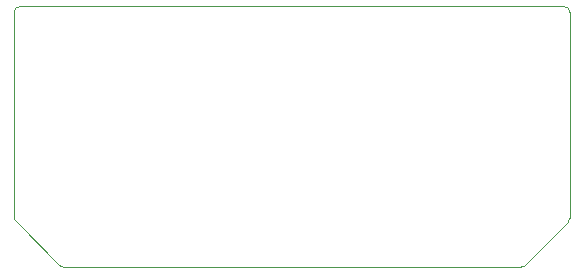
<source format=gm1>
G04 #@! TF.GenerationSoftware,KiCad,Pcbnew,(5.1.2)-1*
G04 #@! TF.CreationDate,2020-09-10T07:29:52+09:00*
G04 #@! TF.ProjectId,Ai3MS_connector_board,4169334d-535f-4636-9f6e-6e6563746f72,rev?*
G04 #@! TF.SameCoordinates,PX7efb530PY7b459e0*
G04 #@! TF.FileFunction,Profile,NP*
%FSLAX46Y46*%
G04 Gerber Fmt 4.6, Leading zero omitted, Abs format (unit mm)*
G04 Created by KiCad (PCBNEW (5.1.2)-1) date 2020-09-10 07:29:52*
%MOMM*%
%LPD*%
G04 APERTURE LIST*
%ADD10C,0.050000*%
G04 APERTURE END LIST*
D10*
X43195772Y144228D02*
G75*
G02X42920000Y30000I-275772J275772D01*
G01*
X46965772Y3914228D02*
G75*
G03X47080000Y4190000I-275772J275772D01*
G01*
X43195772Y144228D02*
X46965772Y3914228D01*
X3914228Y144228D02*
G75*
G03X4190000Y30000I275772J275772D01*
G01*
X144228Y3914228D02*
G75*
G02X30000Y4190000I275772J275772D01*
G01*
X144228Y3914228D02*
X3914228Y144228D01*
X46580000Y22100000D02*
G75*
G02X47080000Y21600000I0J-500000D01*
G01*
X30000Y21600000D02*
G75*
G02X530000Y22100000I500000J0D01*
G01*
X47080000Y21600000D02*
X47080000Y4190000D01*
X30000Y21600000D02*
X30000Y4190000D01*
X4190000Y30000D02*
X42920000Y30000D01*
X530000Y22100000D02*
X46580000Y22100000D01*
M02*

</source>
